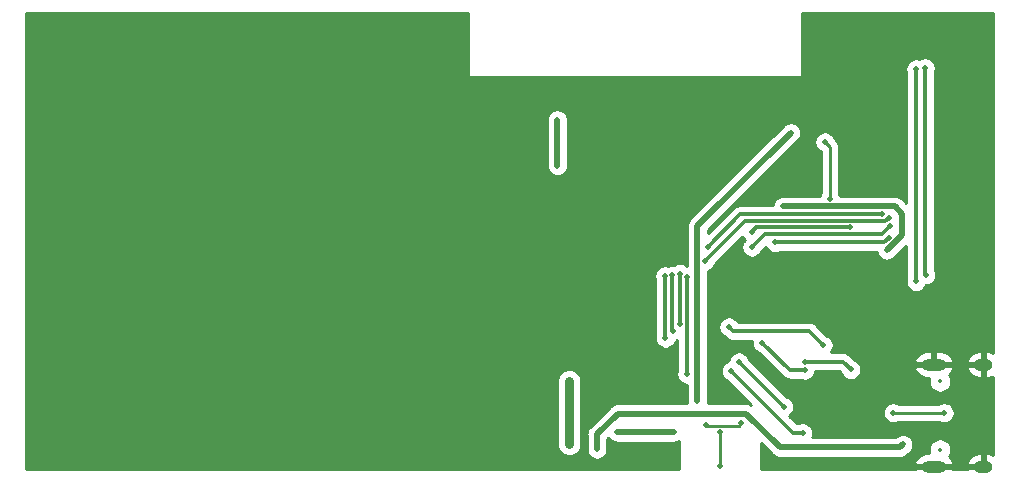
<source format=gbr>
%TF.GenerationSoftware,KiCad,Pcbnew,(5.1.8)-1*%
%TF.CreationDate,2021-08-10T17:59:01+08:00*%
%TF.ProjectId,smartdisplay,736d6172-7464-4697-9370-6c61792e6b69,rev?*%
%TF.SameCoordinates,Original*%
%TF.FileFunction,Copper,L2,Bot*%
%TF.FilePolarity,Positive*%
%FSLAX46Y46*%
G04 Gerber Fmt 4.6, Leading zero omitted, Abs format (unit mm)*
G04 Created by KiCad (PCBNEW (5.1.8)-1) date 2021-08-10 17:59:01*
%MOMM*%
%LPD*%
G01*
G04 APERTURE LIST*
%TA.AperFunction,ComponentPad*%
%ADD10O,2.100000X1.000000*%
%TD*%
%TA.AperFunction,ComponentPad*%
%ADD11O,1.600000X1.000000*%
%TD*%
%TA.AperFunction,ViaPad*%
%ADD12C,0.500000*%
%TD*%
%TA.AperFunction,Conductor*%
%ADD13C,0.350000*%
%TD*%
%TA.AperFunction,Conductor*%
%ADD14C,0.800000*%
%TD*%
%TA.AperFunction,Conductor*%
%ADD15C,0.500000*%
%TD*%
%TA.AperFunction,Conductor*%
%ADD16C,0.250000*%
%TD*%
%TA.AperFunction,Conductor*%
%ADD17C,0.254000*%
%TD*%
%ADD18C,0.300000*%
%ADD19O,1.700000X0.600000*%
%ADD20C,0.350000*%
%ADD21O,1.200000X0.600000*%
G04 APERTURE END LIST*
D10*
%TO.P,J2,S1*%
%TO.N,GND*%
X194320000Y-90430000D03*
X194320000Y-99070000D03*
D11*
X198500000Y-99070000D03*
X198500000Y-90430000D03*
%TD*%
D12*
%TO.N,GND*%
X168400000Y-90050000D03*
X169850000Y-93000000D03*
X179300000Y-89750000D03*
X190900000Y-93400000D03*
%TO.N,EN*%
X176950000Y-87250000D03*
X184950000Y-88800000D03*
%TO.N,BAT+*%
X163450000Y-97150000D03*
X163450000Y-91850000D03*
%TO.N,IO0*%
X183400000Y-90900000D03*
X179800000Y-88600000D03*
%TO.N,DTR*%
X187285002Y-90850000D03*
X183400000Y-90200000D03*
%TO.N,+5V*%
X165800000Y-97600000D03*
X191699982Y-97200000D03*
%TO.N,TX*%
X181600000Y-94000000D03*
X172810131Y-82726922D03*
X172800000Y-87000000D03*
X177799995Y-90199995D03*
%TO.N,RX*%
X177153334Y-90975010D03*
X172178097Y-82878737D03*
X172200000Y-87599990D03*
X183200000Y-96200006D03*
%TO.N,+3V3*%
X182200000Y-70800000D03*
X174300000Y-93500000D03*
X178000000Y-95400000D03*
X175025000Y-95550000D03*
X185075000Y-71575000D03*
X162450000Y-73600000D03*
X162450000Y-69700000D03*
X185500000Y-76399988D03*
%TO.N,/D-*%
X190900000Y-94500000D03*
X195200000Y-94500000D03*
%TO.N,SDA*%
X176200000Y-96149990D03*
X176200002Y-99062500D03*
X173400008Y-83000000D03*
X173400000Y-91250000D03*
%TO.N,SCL*%
X171528722Y-82907503D03*
X171599990Y-88200000D03*
%TO.N,PREVGH*%
X192800000Y-65400000D03*
X192824990Y-83400000D03*
%TO.N,PREVGL*%
X193600000Y-65300000D03*
X193650013Y-82850017D03*
%TO.N,DC*%
X178899992Y-80500000D03*
X190646469Y-78700000D03*
%TO.N,DIN*%
X181550000Y-77050000D03*
X190349990Y-80750000D03*
%TO.N,SCLK*%
X180900000Y-80100000D03*
X190490368Y-79690379D03*
%TO.N,BUSY*%
X175205002Y-80445000D03*
X189900000Y-77724990D03*
%TO.N,REST*%
X174974999Y-81624999D03*
X190486080Y-78022132D03*
%TO.N,Net-(R9-Pad2)*%
X172299980Y-96149990D03*
X167500000Y-96149990D03*
%TO.N,CS*%
X187200000Y-78824990D03*
X178893403Y-79206591D03*
%TD*%
D13*
%TO.N,EN*%
X183750000Y-87600000D02*
X184950000Y-88800000D01*
X177300000Y-87600000D02*
X183750000Y-87600000D01*
X176950000Y-87250000D02*
X177300000Y-87600000D01*
D14*
%TO.N,BAT+*%
X163450000Y-97150000D02*
X163450000Y-91850000D01*
D13*
%TO.N,IO0*%
X182100000Y-90900000D02*
X179800000Y-88600000D01*
X183400000Y-90900000D02*
X182100000Y-90900000D01*
%TO.N,DTR*%
X186635002Y-90200000D02*
X183400000Y-90200000D01*
X187285002Y-90850000D02*
X186635002Y-90200000D01*
D15*
%TO.N,+5V*%
X167555778Y-94600000D02*
X178437998Y-94600000D01*
X181287997Y-97449999D02*
X191449983Y-97449999D01*
X165800000Y-96355778D02*
X167555778Y-94600000D01*
X178437998Y-94600000D02*
X181287997Y-97449999D01*
X165800000Y-97600000D02*
X165800000Y-96355778D01*
X191449983Y-97449999D02*
X191699982Y-97200000D01*
D13*
%TO.N,TX*%
X172810131Y-82726922D02*
X172810131Y-86989869D01*
X172810131Y-86989869D02*
X172800000Y-87000000D01*
X181600000Y-94000000D02*
X177799995Y-90199995D01*
%TO.N,RX*%
X172178097Y-82878737D02*
X172178097Y-87578087D01*
X172178097Y-87578087D02*
X172200000Y-87599990D01*
X177153334Y-90975010D02*
X182378330Y-96200006D01*
X182378330Y-96200006D02*
X183200000Y-96200006D01*
D15*
%TO.N,+3V3*%
X182200000Y-70800000D02*
X174300000Y-78700000D01*
X174300000Y-78700000D02*
X174300000Y-93500000D01*
D16*
X175075000Y-95600000D02*
X175025000Y-95550000D01*
X177800000Y-95600000D02*
X175075000Y-95600000D01*
X178000000Y-95400000D02*
X177800000Y-95600000D01*
D15*
X162450000Y-73600000D02*
X162450000Y-69700000D01*
D16*
X185075000Y-71575000D02*
X185500000Y-72000000D01*
X185500000Y-72000000D02*
X185500000Y-76399988D01*
%TO.N,/D-*%
X190900000Y-94500000D02*
X195200000Y-94500000D01*
%TO.N,SDA*%
X176200000Y-96149990D02*
X176200000Y-99062498D01*
X176200000Y-99062498D02*
X176200002Y-99062500D01*
D13*
X173400008Y-91249992D02*
X173400000Y-91250000D01*
X173400008Y-83000000D02*
X173400008Y-91249992D01*
%TO.N,SCL*%
X171528722Y-82907503D02*
X171528722Y-88128732D01*
X171528722Y-88128732D02*
X171599990Y-88200000D01*
%TO.N,PREVGH*%
X192800000Y-83375010D02*
X192824990Y-83400000D01*
X192800000Y-65400000D02*
X192800000Y-83375010D01*
%TO.N,PREVGL*%
X193600000Y-65300000D02*
X193600000Y-82800004D01*
X193600000Y-82800004D02*
X193650013Y-82850017D01*
%TO.N,DC*%
X178899992Y-80500000D02*
X179984614Y-79415378D01*
X179984614Y-79415378D02*
X189931091Y-79415378D01*
X189931091Y-79415378D02*
X190646469Y-78700000D01*
D15*
%TO.N,DIN*%
X191050000Y-77050000D02*
X191650001Y-77650001D01*
X191650001Y-77650001D02*
X191650001Y-79449989D01*
X181550000Y-77050000D02*
X191050000Y-77050000D01*
X191650001Y-79449989D02*
X190349990Y-80750000D01*
D13*
%TO.N,SCLK*%
X180900000Y-80100000D02*
X190080747Y-80100000D01*
X190080747Y-80100000D02*
X190490368Y-79690379D01*
%TO.N,BUSY*%
X175205002Y-80445000D02*
X177925012Y-77724990D01*
X177925012Y-77724990D02*
X189900000Y-77724990D01*
%TO.N,REST*%
X178350010Y-78249988D02*
X187476002Y-78249988D01*
X187526014Y-78300000D02*
X190208212Y-78300000D01*
X174974999Y-81624999D02*
X178350010Y-78249988D01*
X187476002Y-78249988D02*
X187526014Y-78300000D01*
X190208212Y-78300000D02*
X190486080Y-78022132D01*
D15*
%TO.N,Net-(R9-Pad2)*%
X172299980Y-96149990D02*
X167500000Y-96149990D01*
D13*
%TO.N,CS*%
X187200000Y-78824990D02*
X179275004Y-78824990D01*
X179275004Y-78824990D02*
X178893403Y-79206591D01*
%TD*%
D17*
%TO.N,GND*%
X154873000Y-66000000D02*
X154875440Y-66024776D01*
X154882667Y-66048601D01*
X154894403Y-66070557D01*
X154910197Y-66089803D01*
X154929443Y-66105597D01*
X154951399Y-66117333D01*
X154975224Y-66124560D01*
X155000000Y-66127000D01*
X183000000Y-66127000D01*
X183024776Y-66124560D01*
X183048601Y-66117333D01*
X183070557Y-66105597D01*
X183089803Y-66089803D01*
X183105597Y-66070557D01*
X183117333Y-66048601D01*
X183124560Y-66024776D01*
X183127000Y-66000000D01*
X183127000Y-60685000D01*
X199315001Y-60685000D01*
X199315000Y-89414232D01*
X199145987Y-89341585D01*
X198927000Y-89295000D01*
X198627000Y-89295000D01*
X198627000Y-90303000D01*
X198647000Y-90303000D01*
X198647000Y-90557000D01*
X198627000Y-90557000D01*
X198627000Y-91565000D01*
X198927000Y-91565000D01*
X199145987Y-91518415D01*
X199315000Y-91445768D01*
X199315000Y-98054232D01*
X199145987Y-97981585D01*
X198927000Y-97935000D01*
X198627000Y-97935000D01*
X198627000Y-98943000D01*
X198647000Y-98943000D01*
X198647000Y-99197000D01*
X198627000Y-99197000D01*
X198627000Y-99217000D01*
X198373000Y-99217000D01*
X198373000Y-99197000D01*
X197232046Y-99197000D01*
X197146913Y-99315000D01*
X195923087Y-99315000D01*
X195837954Y-99197000D01*
X194447000Y-99197000D01*
X194447000Y-99217000D01*
X194193000Y-99217000D01*
X194193000Y-99197000D01*
X192802046Y-99197000D01*
X192716913Y-99315000D01*
X179685000Y-99315000D01*
X179685000Y-98768126D01*
X192675881Y-98768126D01*
X192802046Y-98943000D01*
X194193000Y-98943000D01*
X194193000Y-98923000D01*
X194447000Y-98923000D01*
X194447000Y-98943000D01*
X195837954Y-98943000D01*
X195964119Y-98768126D01*
X197105881Y-98768126D01*
X197232046Y-98943000D01*
X198373000Y-98943000D01*
X198373000Y-97935000D01*
X198073000Y-97935000D01*
X197854013Y-97981585D01*
X197648322Y-98069997D01*
X197463831Y-98196839D01*
X197307631Y-98357236D01*
X197185724Y-98545024D01*
X197105881Y-98768126D01*
X195964119Y-98768126D01*
X195884276Y-98545024D01*
X195762369Y-98357236D01*
X195621794Y-98212884D01*
X195700741Y-98094731D01*
X195773108Y-97920022D01*
X195810000Y-97734552D01*
X195810000Y-97545448D01*
X195773108Y-97359978D01*
X195700741Y-97185269D01*
X195595681Y-97028036D01*
X195461964Y-96894319D01*
X195304731Y-96789259D01*
X195130022Y-96716892D01*
X194944552Y-96680000D01*
X194755448Y-96680000D01*
X194569978Y-96716892D01*
X194395269Y-96789259D01*
X194238036Y-96894319D01*
X194104319Y-97028036D01*
X193999259Y-97185269D01*
X193926892Y-97359978D01*
X193890000Y-97545448D01*
X193890000Y-97734552D01*
X193926892Y-97920022D01*
X193933096Y-97935000D01*
X193643000Y-97935000D01*
X193424013Y-97981585D01*
X193218322Y-98069997D01*
X193033831Y-98196839D01*
X192877631Y-98357236D01*
X192755724Y-98545024D01*
X192675881Y-98768126D01*
X179685000Y-98768126D01*
X179685000Y-97098581D01*
X180631467Y-98045048D01*
X180659180Y-98078816D01*
X180692948Y-98106529D01*
X180692950Y-98106531D01*
X180698202Y-98110841D01*
X180793938Y-98189410D01*
X180947684Y-98271588D01*
X181114507Y-98322194D01*
X181244520Y-98334999D01*
X181244530Y-98334999D01*
X181287996Y-98339280D01*
X181331462Y-98334999D01*
X191406514Y-98334999D01*
X191449983Y-98339280D01*
X191493452Y-98334999D01*
X191493460Y-98334999D01*
X191623473Y-98322194D01*
X191790296Y-98271588D01*
X191944042Y-98189410D01*
X192078800Y-98078816D01*
X192106517Y-98045043D01*
X192264134Y-97887426D01*
X192264137Y-97887424D01*
X192387406Y-97764155D01*
X192411682Y-97727824D01*
X192439392Y-97694059D01*
X192459981Y-97655540D01*
X192484259Y-97619205D01*
X192500984Y-97578827D01*
X192521570Y-97540313D01*
X192534249Y-97498519D01*
X192550972Y-97458145D01*
X192559495Y-97415295D01*
X192572177Y-97373491D01*
X192576459Y-97330014D01*
X192584982Y-97287165D01*
X192584982Y-97243469D01*
X192589263Y-97200000D01*
X192584982Y-97156531D01*
X192584982Y-97112835D01*
X192576459Y-97069985D01*
X192572177Y-97026510D01*
X192559496Y-96984707D01*
X192550972Y-96941855D01*
X192534248Y-96901480D01*
X192521570Y-96859687D01*
X192500984Y-96821173D01*
X192484259Y-96780795D01*
X192459981Y-96744460D01*
X192439392Y-96705941D01*
X192411681Y-96672176D01*
X192387406Y-96635845D01*
X192356510Y-96604949D01*
X192328799Y-96571183D01*
X192295033Y-96543472D01*
X192264137Y-96512576D01*
X192227806Y-96488301D01*
X192194041Y-96460590D01*
X192155522Y-96440001D01*
X192119187Y-96415723D01*
X192078809Y-96398998D01*
X192040295Y-96378412D01*
X191998502Y-96365734D01*
X191958127Y-96349010D01*
X191915275Y-96340486D01*
X191873472Y-96327805D01*
X191829997Y-96323523D01*
X191787147Y-96315000D01*
X191743451Y-96315000D01*
X191699982Y-96310719D01*
X191656513Y-96315000D01*
X191612817Y-96315000D01*
X191569968Y-96323523D01*
X191526491Y-96327805D01*
X191484687Y-96340487D01*
X191441837Y-96349010D01*
X191401463Y-96365733D01*
X191359669Y-96378412D01*
X191321155Y-96398998D01*
X191280777Y-96415723D01*
X191244442Y-96440001D01*
X191205923Y-96460590D01*
X191172158Y-96488300D01*
X191135827Y-96512576D01*
X191083404Y-96564999D01*
X184006732Y-96564999D01*
X184050990Y-96458151D01*
X184085000Y-96287171D01*
X184085000Y-96112841D01*
X184050990Y-95941861D01*
X183984277Y-95780801D01*
X183887424Y-95635851D01*
X183764155Y-95512582D01*
X183619205Y-95415729D01*
X183458145Y-95349016D01*
X183287165Y-95315006D01*
X183112835Y-95315006D01*
X182941855Y-95349016D01*
X182842896Y-95390006D01*
X182713843Y-95390006D01*
X182072502Y-94748665D01*
X182164155Y-94687424D01*
X182287424Y-94564155D01*
X182384277Y-94419205D01*
X182386915Y-94412835D01*
X190015000Y-94412835D01*
X190015000Y-94587165D01*
X190049010Y-94758145D01*
X190115723Y-94919205D01*
X190212576Y-95064155D01*
X190335845Y-95187424D01*
X190480795Y-95284277D01*
X190641855Y-95350990D01*
X190812835Y-95385000D01*
X190987165Y-95385000D01*
X191158145Y-95350990D01*
X191319205Y-95284277D01*
X191355538Y-95260000D01*
X194744462Y-95260000D01*
X194780795Y-95284277D01*
X194941855Y-95350990D01*
X195112835Y-95385000D01*
X195287165Y-95385000D01*
X195458145Y-95350990D01*
X195619205Y-95284277D01*
X195764155Y-95187424D01*
X195887424Y-95064155D01*
X195984277Y-94919205D01*
X196050990Y-94758145D01*
X196085000Y-94587165D01*
X196085000Y-94412835D01*
X196050990Y-94241855D01*
X195984277Y-94080795D01*
X195887424Y-93935845D01*
X195764155Y-93812576D01*
X195619205Y-93715723D01*
X195458145Y-93649010D01*
X195287165Y-93615000D01*
X195112835Y-93615000D01*
X194941855Y-93649010D01*
X194780795Y-93715723D01*
X194744462Y-93740000D01*
X191355538Y-93740000D01*
X191319205Y-93715723D01*
X191158145Y-93649010D01*
X190987165Y-93615000D01*
X190812835Y-93615000D01*
X190641855Y-93649010D01*
X190480795Y-93715723D01*
X190335845Y-93812576D01*
X190212576Y-93935845D01*
X190115723Y-94080795D01*
X190049010Y-94241855D01*
X190015000Y-94412835D01*
X182386915Y-94412835D01*
X182450990Y-94258145D01*
X182485000Y-94087165D01*
X182485000Y-93912835D01*
X182450990Y-93741855D01*
X182384277Y-93580795D01*
X182287424Y-93435845D01*
X182164155Y-93312576D01*
X182019205Y-93215723D01*
X181920246Y-93174733D01*
X178625263Y-89879751D01*
X178584272Y-89780790D01*
X178487419Y-89635840D01*
X178364150Y-89512571D01*
X178219200Y-89415718D01*
X178058140Y-89349005D01*
X177887160Y-89314995D01*
X177712830Y-89314995D01*
X177541850Y-89349005D01*
X177380790Y-89415718D01*
X177235840Y-89512571D01*
X177112571Y-89635840D01*
X177015718Y-89780790D01*
X176949005Y-89941850D01*
X176914995Y-90112830D01*
X176914995Y-90120080D01*
X176895189Y-90124020D01*
X176734129Y-90190733D01*
X176589179Y-90287586D01*
X176465910Y-90410855D01*
X176369057Y-90555805D01*
X176302344Y-90716865D01*
X176268334Y-90887845D01*
X176268334Y-91062175D01*
X176302344Y-91233155D01*
X176369057Y-91394215D01*
X176465910Y-91539165D01*
X176589179Y-91662434D01*
X176734129Y-91759287D01*
X176833090Y-91800278D01*
X178849013Y-93816202D01*
X178778311Y-93778411D01*
X178611488Y-93727805D01*
X178481475Y-93715000D01*
X178481467Y-93715000D01*
X178437998Y-93710719D01*
X178394529Y-93715000D01*
X175159603Y-93715000D01*
X175172195Y-93673490D01*
X175176477Y-93630013D01*
X175185000Y-93587165D01*
X175185000Y-87162835D01*
X176065000Y-87162835D01*
X176065000Y-87337165D01*
X176099010Y-87508145D01*
X176165723Y-87669205D01*
X176262576Y-87814155D01*
X176385845Y-87937424D01*
X176530795Y-88034277D01*
X176629756Y-88075268D01*
X176699100Y-88144612D01*
X176724472Y-88175528D01*
X176847811Y-88276749D01*
X176988527Y-88351963D01*
X177141212Y-88398280D01*
X177260209Y-88410000D01*
X177260212Y-88410000D01*
X177300000Y-88413919D01*
X177339788Y-88410000D01*
X178935455Y-88410000D01*
X178915000Y-88512835D01*
X178915000Y-88687165D01*
X178949010Y-88858145D01*
X179015723Y-89019205D01*
X179112576Y-89164155D01*
X179235845Y-89287424D01*
X179380795Y-89384277D01*
X179479756Y-89425268D01*
X181499105Y-91444618D01*
X181524472Y-91475528D01*
X181578211Y-91519630D01*
X181647810Y-91576749D01*
X181676072Y-91591855D01*
X181788527Y-91651963D01*
X181941212Y-91698280D01*
X182060209Y-91710000D01*
X182060211Y-91710000D01*
X182099999Y-91713919D01*
X182139787Y-91710000D01*
X183042896Y-91710000D01*
X183141855Y-91750990D01*
X183312835Y-91785000D01*
X183487165Y-91785000D01*
X183658145Y-91750990D01*
X183819205Y-91684277D01*
X183964155Y-91587424D01*
X184087424Y-91464155D01*
X184184277Y-91319205D01*
X184250990Y-91158145D01*
X184280458Y-91010000D01*
X186299490Y-91010000D01*
X186459735Y-91170245D01*
X186500725Y-91269205D01*
X186597578Y-91414155D01*
X186720847Y-91537424D01*
X186865797Y-91634277D01*
X187026857Y-91700990D01*
X187197837Y-91735000D01*
X187372167Y-91735000D01*
X187543147Y-91700990D01*
X187704207Y-91634277D01*
X187849157Y-91537424D01*
X187972426Y-91414155D01*
X188069279Y-91269205D01*
X188135992Y-91108145D01*
X188170002Y-90937165D01*
X188170002Y-90762835D01*
X188163844Y-90731874D01*
X192675881Y-90731874D01*
X192755724Y-90954976D01*
X192877631Y-91142764D01*
X193033831Y-91303161D01*
X193218322Y-91430003D01*
X193424013Y-91518415D01*
X193643000Y-91565000D01*
X193933096Y-91565000D01*
X193926892Y-91579978D01*
X193890000Y-91765448D01*
X193890000Y-91954552D01*
X193926892Y-92140022D01*
X193999259Y-92314731D01*
X194104319Y-92471964D01*
X194238036Y-92605681D01*
X194395269Y-92710741D01*
X194569978Y-92783108D01*
X194755448Y-92820000D01*
X194944552Y-92820000D01*
X195130022Y-92783108D01*
X195304731Y-92710741D01*
X195461964Y-92605681D01*
X195595681Y-92471964D01*
X195700741Y-92314731D01*
X195773108Y-92140022D01*
X195810000Y-91954552D01*
X195810000Y-91765448D01*
X195773108Y-91579978D01*
X195700741Y-91405269D01*
X195621794Y-91287116D01*
X195762369Y-91142764D01*
X195884276Y-90954976D01*
X195964119Y-90731874D01*
X197105881Y-90731874D01*
X197185724Y-90954976D01*
X197307631Y-91142764D01*
X197463831Y-91303161D01*
X197648322Y-91430003D01*
X197854013Y-91518415D01*
X198073000Y-91565000D01*
X198373000Y-91565000D01*
X198373000Y-90557000D01*
X197232046Y-90557000D01*
X197105881Y-90731874D01*
X195964119Y-90731874D01*
X195837954Y-90557000D01*
X194447000Y-90557000D01*
X194447000Y-90577000D01*
X194193000Y-90577000D01*
X194193000Y-90557000D01*
X192802046Y-90557000D01*
X192675881Y-90731874D01*
X188163844Y-90731874D01*
X188135992Y-90591855D01*
X188069279Y-90430795D01*
X187972426Y-90285845D01*
X187849157Y-90162576D01*
X187797600Y-90128126D01*
X192675881Y-90128126D01*
X192802046Y-90303000D01*
X194193000Y-90303000D01*
X194193000Y-89295000D01*
X194447000Y-89295000D01*
X194447000Y-90303000D01*
X195837954Y-90303000D01*
X195964119Y-90128126D01*
X197105881Y-90128126D01*
X197232046Y-90303000D01*
X198373000Y-90303000D01*
X198373000Y-89295000D01*
X198073000Y-89295000D01*
X197854013Y-89341585D01*
X197648322Y-89429997D01*
X197463831Y-89556839D01*
X197307631Y-89717236D01*
X197185724Y-89905024D01*
X197105881Y-90128126D01*
X195964119Y-90128126D01*
X195884276Y-89905024D01*
X195762369Y-89717236D01*
X195606169Y-89556839D01*
X195421678Y-89429997D01*
X195215987Y-89341585D01*
X194997000Y-89295000D01*
X194447000Y-89295000D01*
X194193000Y-89295000D01*
X193643000Y-89295000D01*
X193424013Y-89341585D01*
X193218322Y-89429997D01*
X193033831Y-89556839D01*
X192877631Y-89717236D01*
X192755724Y-89905024D01*
X192675881Y-90128126D01*
X187797600Y-90128126D01*
X187704207Y-90065723D01*
X187605247Y-90024733D01*
X187235901Y-89655387D01*
X187210530Y-89624472D01*
X187087191Y-89523251D01*
X186946475Y-89448037D01*
X186793790Y-89401720D01*
X186674793Y-89390000D01*
X186674790Y-89390000D01*
X186635002Y-89386081D01*
X186595214Y-89390000D01*
X185611579Y-89390000D01*
X185637424Y-89364155D01*
X185734277Y-89219205D01*
X185800990Y-89058145D01*
X185835000Y-88887165D01*
X185835000Y-88712835D01*
X185800990Y-88541855D01*
X185734277Y-88380795D01*
X185637424Y-88235845D01*
X185514155Y-88112576D01*
X185369205Y-88015723D01*
X185270246Y-87974733D01*
X184350899Y-87055387D01*
X184325528Y-87024472D01*
X184202189Y-86923251D01*
X184061473Y-86848037D01*
X183908788Y-86801720D01*
X183789791Y-86790000D01*
X183789788Y-86790000D01*
X183750000Y-86786081D01*
X183710212Y-86790000D01*
X177707019Y-86790000D01*
X177637424Y-86685845D01*
X177514155Y-86562576D01*
X177369205Y-86465723D01*
X177208145Y-86399010D01*
X177037165Y-86365000D01*
X176862835Y-86365000D01*
X176691855Y-86399010D01*
X176530795Y-86465723D01*
X176385845Y-86562576D01*
X176262576Y-86685845D01*
X176165723Y-86830795D01*
X176099010Y-86991855D01*
X176065000Y-87162835D01*
X175185000Y-87162835D01*
X175185000Y-82485565D01*
X175233144Y-82475989D01*
X175394204Y-82409276D01*
X175539154Y-82312423D01*
X175662423Y-82189154D01*
X175759276Y-82044204D01*
X175800267Y-81945243D01*
X178113367Y-79632143D01*
X178205979Y-79770746D01*
X178291823Y-79856590D01*
X178212568Y-79935845D01*
X178115715Y-80080795D01*
X178049002Y-80241855D01*
X178014992Y-80412835D01*
X178014992Y-80587165D01*
X178049002Y-80758145D01*
X178115715Y-80919205D01*
X178212568Y-81064155D01*
X178335837Y-81187424D01*
X178480787Y-81284277D01*
X178641847Y-81350990D01*
X178812827Y-81385000D01*
X178987157Y-81385000D01*
X179158137Y-81350990D01*
X179319197Y-81284277D01*
X179464147Y-81187424D01*
X179587416Y-81064155D01*
X179684269Y-80919205D01*
X179725260Y-80820245D01*
X180089532Y-80455973D01*
X180115723Y-80519205D01*
X180212576Y-80664155D01*
X180335845Y-80787424D01*
X180480795Y-80884277D01*
X180641855Y-80950990D01*
X180812835Y-80985000D01*
X180987165Y-80985000D01*
X181158145Y-80950990D01*
X181257104Y-80910000D01*
X189476466Y-80910000D01*
X189477795Y-80923490D01*
X189490476Y-80965293D01*
X189499000Y-81008145D01*
X189515724Y-81048520D01*
X189528402Y-81090313D01*
X189548988Y-81128827D01*
X189565713Y-81169205D01*
X189589991Y-81205540D01*
X189610580Y-81244059D01*
X189638291Y-81277824D01*
X189662566Y-81314155D01*
X189693462Y-81345051D01*
X189721173Y-81378817D01*
X189754939Y-81406528D01*
X189785835Y-81437424D01*
X189822166Y-81461699D01*
X189855931Y-81489410D01*
X189894450Y-81509999D01*
X189930785Y-81534277D01*
X189971163Y-81551002D01*
X190009677Y-81571588D01*
X190051470Y-81584266D01*
X190091845Y-81600990D01*
X190134697Y-81609514D01*
X190176500Y-81622195D01*
X190219975Y-81626477D01*
X190262825Y-81635000D01*
X190306521Y-81635000D01*
X190349990Y-81639281D01*
X190393459Y-81635000D01*
X190437155Y-81635000D01*
X190480005Y-81626477D01*
X190523480Y-81622195D01*
X190565283Y-81609514D01*
X190608135Y-81600990D01*
X190648510Y-81584266D01*
X190690303Y-81571588D01*
X190728817Y-81551002D01*
X190769195Y-81534277D01*
X190805530Y-81509999D01*
X190844049Y-81489410D01*
X190877814Y-81461700D01*
X190914145Y-81437424D01*
X191037414Y-81314155D01*
X191037416Y-81314152D01*
X191990001Y-80361568D01*
X191990001Y-83103225D01*
X191974000Y-83141855D01*
X191939990Y-83312835D01*
X191939990Y-83487165D01*
X191974000Y-83658145D01*
X192040713Y-83819205D01*
X192137566Y-83964155D01*
X192260835Y-84087424D01*
X192405785Y-84184277D01*
X192566845Y-84250990D01*
X192737825Y-84285000D01*
X192912155Y-84285000D01*
X193083135Y-84250990D01*
X193244195Y-84184277D01*
X193389145Y-84087424D01*
X193512414Y-83964155D01*
X193609267Y-83819205D01*
X193644139Y-83735017D01*
X193737178Y-83735017D01*
X193908158Y-83701007D01*
X194069218Y-83634294D01*
X194214168Y-83537441D01*
X194337437Y-83414172D01*
X194434290Y-83269222D01*
X194501003Y-83108162D01*
X194535013Y-82937182D01*
X194535013Y-82762852D01*
X194501003Y-82591872D01*
X194434290Y-82430812D01*
X194410000Y-82394460D01*
X194410000Y-65657104D01*
X194450990Y-65558145D01*
X194485000Y-65387165D01*
X194485000Y-65212835D01*
X194450990Y-65041855D01*
X194384277Y-64880795D01*
X194287424Y-64735845D01*
X194164155Y-64612576D01*
X194019205Y-64515723D01*
X193858145Y-64449010D01*
X193687165Y-64415000D01*
X193512835Y-64415000D01*
X193341855Y-64449010D01*
X193180795Y-64515723D01*
X193103106Y-64567633D01*
X193058145Y-64549010D01*
X192887165Y-64515000D01*
X192712835Y-64515000D01*
X192541855Y-64549010D01*
X192380795Y-64615723D01*
X192235845Y-64712576D01*
X192112576Y-64835845D01*
X192015723Y-64980795D01*
X191949010Y-65141855D01*
X191915000Y-65312835D01*
X191915000Y-65487165D01*
X191949010Y-65658145D01*
X191990000Y-65757104D01*
X191990001Y-76738422D01*
X191706534Y-76454956D01*
X191678817Y-76421183D01*
X191544059Y-76310589D01*
X191390313Y-76228411D01*
X191223490Y-76177805D01*
X191093477Y-76165000D01*
X191093469Y-76165000D01*
X191050000Y-76160719D01*
X191006531Y-76165000D01*
X186355596Y-76165000D01*
X186350990Y-76141843D01*
X186284277Y-75980783D01*
X186260000Y-75944450D01*
X186260000Y-72037325D01*
X186263676Y-72000000D01*
X186260000Y-71962675D01*
X186260000Y-71962667D01*
X186249003Y-71851014D01*
X186205546Y-71707753D01*
X186134974Y-71575724D01*
X186040001Y-71459999D01*
X186010998Y-71436197D01*
X185934515Y-71359714D01*
X185925990Y-71316855D01*
X185859277Y-71155795D01*
X185762424Y-71010845D01*
X185639155Y-70887576D01*
X185494205Y-70790723D01*
X185333145Y-70724010D01*
X185162165Y-70690000D01*
X184987835Y-70690000D01*
X184816855Y-70724010D01*
X184655795Y-70790723D01*
X184510845Y-70887576D01*
X184387576Y-71010845D01*
X184290723Y-71155795D01*
X184224010Y-71316855D01*
X184190000Y-71487835D01*
X184190000Y-71662165D01*
X184224010Y-71833145D01*
X184290723Y-71994205D01*
X184387576Y-72139155D01*
X184510845Y-72262424D01*
X184655795Y-72359277D01*
X184740000Y-72394156D01*
X184740001Y-75944449D01*
X184715723Y-75980783D01*
X184649010Y-76141843D01*
X184644404Y-76165000D01*
X181462835Y-76165000D01*
X181419987Y-76173523D01*
X181376510Y-76177805D01*
X181334705Y-76190487D01*
X181291855Y-76199010D01*
X181251487Y-76215731D01*
X181209687Y-76228411D01*
X181171165Y-76249001D01*
X181130795Y-76265723D01*
X181094467Y-76289996D01*
X181055941Y-76310589D01*
X181022171Y-76338304D01*
X180985845Y-76362576D01*
X180954951Y-76393470D01*
X180921183Y-76421183D01*
X180893470Y-76454951D01*
X180862576Y-76485845D01*
X180838304Y-76522171D01*
X180810589Y-76555941D01*
X180789996Y-76594467D01*
X180765723Y-76630795D01*
X180749001Y-76671165D01*
X180728411Y-76709687D01*
X180715731Y-76751487D01*
X180699010Y-76791855D01*
X180690487Y-76834705D01*
X180677805Y-76876510D01*
X180674015Y-76914990D01*
X177964799Y-76914990D01*
X177925011Y-76911071D01*
X177885223Y-76914990D01*
X177885221Y-76914990D01*
X177766224Y-76926710D01*
X177613539Y-76973027D01*
X177548036Y-77008039D01*
X177472822Y-77048241D01*
X177425093Y-77087412D01*
X177349484Y-77149462D01*
X177324117Y-77180372D01*
X175185000Y-79319490D01*
X175185000Y-79066578D01*
X182856532Y-71395047D01*
X182887424Y-71364155D01*
X182911696Y-71327830D01*
X182939410Y-71294060D01*
X182960001Y-71255536D01*
X182984277Y-71219205D01*
X183001000Y-71178832D01*
X183021588Y-71140314D01*
X183034267Y-71098519D01*
X183050990Y-71058145D01*
X183059515Y-71015288D01*
X183072194Y-70973491D01*
X183076475Y-70930022D01*
X183085000Y-70887165D01*
X183085000Y-70843467D01*
X183089281Y-70800001D01*
X183085000Y-70756535D01*
X183085000Y-70712835D01*
X183076475Y-70669976D01*
X183072194Y-70626511D01*
X183059516Y-70584717D01*
X183050990Y-70541855D01*
X183034265Y-70501477D01*
X183021588Y-70459687D01*
X183001002Y-70421174D01*
X182984277Y-70380795D01*
X182959997Y-70344457D01*
X182939410Y-70305942D01*
X182911702Y-70272180D01*
X182887424Y-70235845D01*
X182856527Y-70204948D01*
X182828817Y-70171183D01*
X182795052Y-70143473D01*
X182764155Y-70112576D01*
X182727820Y-70088298D01*
X182694058Y-70060590D01*
X182655543Y-70040003D01*
X182619205Y-70015723D01*
X182578826Y-69998998D01*
X182540313Y-69978412D01*
X182498523Y-69965735D01*
X182458145Y-69949010D01*
X182415283Y-69940484D01*
X182373489Y-69927806D01*
X182330024Y-69923525D01*
X182287165Y-69915000D01*
X182243465Y-69915000D01*
X182199999Y-69910719D01*
X182156533Y-69915000D01*
X182112835Y-69915000D01*
X182069978Y-69923525D01*
X182026509Y-69927806D01*
X181984712Y-69940485D01*
X181941855Y-69949010D01*
X181901481Y-69965733D01*
X181859686Y-69978412D01*
X181821168Y-69999000D01*
X181780795Y-70015723D01*
X181744464Y-70039999D01*
X181705940Y-70060590D01*
X181672170Y-70088304D01*
X181635845Y-70112576D01*
X181604953Y-70143468D01*
X173704956Y-78043466D01*
X173671183Y-78071183D01*
X173560589Y-78205942D01*
X173478411Y-78359688D01*
X173427805Y-78526511D01*
X173415000Y-78656524D01*
X173415000Y-78656531D01*
X173410719Y-78700000D01*
X173415000Y-78743469D01*
X173415000Y-82080212D01*
X173374286Y-82039498D01*
X173229336Y-81942645D01*
X173068276Y-81875932D01*
X172897296Y-81841922D01*
X172722966Y-81841922D01*
X172551986Y-81875932D01*
X172390926Y-81942645D01*
X172303175Y-82001278D01*
X172265262Y-81993737D01*
X172090932Y-81993737D01*
X171919952Y-82027747D01*
X171818686Y-82069693D01*
X171786867Y-82056513D01*
X171615887Y-82022503D01*
X171441557Y-82022503D01*
X171270577Y-82056513D01*
X171109517Y-82123226D01*
X170964567Y-82220079D01*
X170841298Y-82343348D01*
X170744445Y-82488298D01*
X170677732Y-82649358D01*
X170643722Y-82820338D01*
X170643722Y-82994668D01*
X170677732Y-83165648D01*
X170718722Y-83264607D01*
X170718723Y-88088934D01*
X170717721Y-88099104D01*
X170714990Y-88112835D01*
X170714990Y-88126833D01*
X170714803Y-88128732D01*
X170714990Y-88130631D01*
X170714990Y-88287165D01*
X170749000Y-88458145D01*
X170815713Y-88619205D01*
X170912566Y-88764155D01*
X171035835Y-88887424D01*
X171180785Y-88984277D01*
X171341845Y-89050990D01*
X171512825Y-89085000D01*
X171687155Y-89085000D01*
X171858135Y-89050990D01*
X172019195Y-88984277D01*
X172164145Y-88887424D01*
X172287414Y-88764155D01*
X172384267Y-88619205D01*
X172450980Y-88458145D01*
X172452169Y-88452169D01*
X172458145Y-88450980D01*
X172590009Y-88396360D01*
X172590009Y-90892874D01*
X172549010Y-90991855D01*
X172515000Y-91162835D01*
X172515000Y-91337165D01*
X172549010Y-91508145D01*
X172615723Y-91669205D01*
X172712576Y-91814155D01*
X172835845Y-91937424D01*
X172980795Y-92034277D01*
X173141855Y-92100990D01*
X173312835Y-92135000D01*
X173415001Y-92135000D01*
X173415001Y-93412830D01*
X173415000Y-93412835D01*
X173415000Y-93587165D01*
X173423525Y-93630023D01*
X173427806Y-93673490D01*
X173440398Y-93715000D01*
X167599244Y-93715000D01*
X167555777Y-93710719D01*
X167512311Y-93715000D01*
X167512301Y-93715000D01*
X167382288Y-93727805D01*
X167215465Y-93778411D01*
X167061719Y-93860589D01*
X167061717Y-93860590D01*
X167061718Y-93860590D01*
X166960731Y-93943468D01*
X166960729Y-93943470D01*
X166926961Y-93971183D01*
X166899248Y-94004951D01*
X165204951Y-95699249D01*
X165171184Y-95726961D01*
X165143471Y-95760729D01*
X165143468Y-95760732D01*
X165060590Y-95861719D01*
X164978412Y-96015465D01*
X164927805Y-96182288D01*
X164910719Y-96355778D01*
X164915001Y-96399256D01*
X164915000Y-97512835D01*
X164915000Y-97687165D01*
X164923523Y-97730014D01*
X164927805Y-97773489D01*
X164940486Y-97815292D01*
X164949010Y-97858145D01*
X164965732Y-97898516D01*
X164978411Y-97940312D01*
X164999000Y-97978831D01*
X165015723Y-98019205D01*
X165039999Y-98055537D01*
X165060589Y-98094058D01*
X165088301Y-98127825D01*
X165112576Y-98164155D01*
X165143472Y-98195051D01*
X165171183Y-98228817D01*
X165204951Y-98256530D01*
X165235845Y-98287424D01*
X165272171Y-98311696D01*
X165305941Y-98339411D01*
X165344467Y-98360004D01*
X165380795Y-98384277D01*
X165421165Y-98400999D01*
X165459687Y-98421589D01*
X165501487Y-98434269D01*
X165541855Y-98450990D01*
X165584705Y-98459513D01*
X165626510Y-98472195D01*
X165669987Y-98476477D01*
X165712835Y-98485000D01*
X165756523Y-98485000D01*
X165800000Y-98489282D01*
X165843476Y-98485000D01*
X165887165Y-98485000D01*
X165930013Y-98476477D01*
X165973489Y-98472195D01*
X166015292Y-98459514D01*
X166058145Y-98450990D01*
X166098516Y-98434268D01*
X166140312Y-98421589D01*
X166178831Y-98401000D01*
X166219205Y-98384277D01*
X166255537Y-98360001D01*
X166294058Y-98339411D01*
X166327825Y-98311699D01*
X166364155Y-98287424D01*
X166395051Y-98256528D01*
X166428817Y-98228817D01*
X166456530Y-98195049D01*
X166487424Y-98164155D01*
X166511696Y-98127829D01*
X166539411Y-98094059D01*
X166560004Y-98055533D01*
X166584277Y-98019205D01*
X166600999Y-97978835D01*
X166621589Y-97940313D01*
X166634269Y-97898513D01*
X166650990Y-97858145D01*
X166659513Y-97815295D01*
X166672195Y-97773490D01*
X166676477Y-97730013D01*
X166685000Y-97687165D01*
X166685000Y-96722356D01*
X166761814Y-96645542D01*
X166788304Y-96677819D01*
X166812576Y-96714145D01*
X166843470Y-96745039D01*
X166871183Y-96778807D01*
X166904951Y-96806520D01*
X166935845Y-96837414D01*
X166972171Y-96861686D01*
X167005941Y-96889401D01*
X167044467Y-96909994D01*
X167080795Y-96934267D01*
X167121165Y-96950989D01*
X167159687Y-96971579D01*
X167201487Y-96984259D01*
X167241855Y-97000980D01*
X167284705Y-97009503D01*
X167326510Y-97022185D01*
X167369987Y-97026467D01*
X167412835Y-97034990D01*
X172387145Y-97034990D01*
X172429993Y-97026467D01*
X172473470Y-97022185D01*
X172515275Y-97009503D01*
X172558125Y-97000980D01*
X172598493Y-96984259D01*
X172640293Y-96971579D01*
X172678815Y-96950989D01*
X172715000Y-96936000D01*
X172715001Y-99315000D01*
X117485000Y-99315000D01*
X117485000Y-97200837D01*
X162415000Y-97200837D01*
X162429976Y-97352894D01*
X162489159Y-97547992D01*
X162585266Y-97727797D01*
X162714604Y-97885396D01*
X162872203Y-98014734D01*
X163052007Y-98110841D01*
X163247105Y-98170024D01*
X163450000Y-98190007D01*
X163652894Y-98170024D01*
X163847992Y-98110841D01*
X164027797Y-98014734D01*
X164185396Y-97885396D01*
X164314734Y-97727797D01*
X164410841Y-97547993D01*
X164470024Y-97352895D01*
X164485000Y-97200838D01*
X164485000Y-91799162D01*
X164470024Y-91647105D01*
X164410841Y-91452007D01*
X164314734Y-91272203D01*
X164185396Y-91114604D01*
X164027797Y-90985266D01*
X163847993Y-90889159D01*
X163652895Y-90829976D01*
X163450000Y-90809993D01*
X163247106Y-90829976D01*
X163052008Y-90889159D01*
X162872204Y-90985266D01*
X162714605Y-91114604D01*
X162585267Y-91272203D01*
X162489160Y-91452007D01*
X162429977Y-91647105D01*
X162415001Y-91799162D01*
X162415000Y-97200837D01*
X117485000Y-97200837D01*
X117485000Y-69612835D01*
X161565000Y-69612835D01*
X161565000Y-69787165D01*
X161565001Y-69787170D01*
X161565000Y-73512835D01*
X161565000Y-73687165D01*
X161573523Y-73730014D01*
X161577805Y-73773489D01*
X161590486Y-73815292D01*
X161599010Y-73858145D01*
X161615732Y-73898516D01*
X161628411Y-73940312D01*
X161649000Y-73978831D01*
X161665723Y-74019205D01*
X161689999Y-74055537D01*
X161710589Y-74094058D01*
X161738301Y-74127825D01*
X161762576Y-74164155D01*
X161793472Y-74195051D01*
X161821183Y-74228817D01*
X161854951Y-74256530D01*
X161885845Y-74287424D01*
X161922171Y-74311696D01*
X161955941Y-74339411D01*
X161994467Y-74360004D01*
X162030795Y-74384277D01*
X162071165Y-74400999D01*
X162109687Y-74421589D01*
X162151487Y-74434269D01*
X162191855Y-74450990D01*
X162234705Y-74459513D01*
X162276510Y-74472195D01*
X162319987Y-74476477D01*
X162362835Y-74485000D01*
X162406523Y-74485000D01*
X162450000Y-74489282D01*
X162493476Y-74485000D01*
X162537165Y-74485000D01*
X162580013Y-74476477D01*
X162623489Y-74472195D01*
X162665292Y-74459514D01*
X162708145Y-74450990D01*
X162748516Y-74434268D01*
X162790312Y-74421589D01*
X162828831Y-74401000D01*
X162869205Y-74384277D01*
X162905537Y-74360001D01*
X162944058Y-74339411D01*
X162977825Y-74311699D01*
X163014155Y-74287424D01*
X163045051Y-74256528D01*
X163078817Y-74228817D01*
X163106530Y-74195049D01*
X163137424Y-74164155D01*
X163161696Y-74127829D01*
X163189411Y-74094059D01*
X163210004Y-74055533D01*
X163234277Y-74019205D01*
X163250999Y-73978835D01*
X163271589Y-73940313D01*
X163284269Y-73898513D01*
X163300990Y-73858145D01*
X163309513Y-73815295D01*
X163322195Y-73773490D01*
X163326477Y-73730013D01*
X163335000Y-73687165D01*
X163335000Y-69612835D01*
X163326477Y-69569987D01*
X163322195Y-69526510D01*
X163309513Y-69484705D01*
X163300990Y-69441855D01*
X163284269Y-69401487D01*
X163271589Y-69359687D01*
X163250999Y-69321165D01*
X163234277Y-69280795D01*
X163210004Y-69244467D01*
X163189411Y-69205941D01*
X163161696Y-69172171D01*
X163137424Y-69135845D01*
X163106530Y-69104951D01*
X163078817Y-69071183D01*
X163045049Y-69043470D01*
X163014155Y-69012576D01*
X162977829Y-68988304D01*
X162944059Y-68960589D01*
X162905533Y-68939996D01*
X162869205Y-68915723D01*
X162828835Y-68899001D01*
X162790313Y-68878411D01*
X162748513Y-68865731D01*
X162708145Y-68849010D01*
X162665295Y-68840487D01*
X162623490Y-68827805D01*
X162580013Y-68823523D01*
X162537165Y-68815000D01*
X162493477Y-68815000D01*
X162450000Y-68810718D01*
X162406524Y-68815000D01*
X162362835Y-68815000D01*
X162319987Y-68823523D01*
X162276511Y-68827805D01*
X162234708Y-68840486D01*
X162191855Y-68849010D01*
X162151484Y-68865732D01*
X162109688Y-68878411D01*
X162071169Y-68899000D01*
X162030795Y-68915723D01*
X161994463Y-68939999D01*
X161955942Y-68960589D01*
X161922176Y-68988300D01*
X161885845Y-69012576D01*
X161854946Y-69043475D01*
X161821184Y-69071183D01*
X161793476Y-69104945D01*
X161762576Y-69135845D01*
X161738299Y-69172177D01*
X161710590Y-69205941D01*
X161690001Y-69244460D01*
X161665723Y-69280795D01*
X161648998Y-69321173D01*
X161628412Y-69359687D01*
X161615735Y-69401478D01*
X161599010Y-69441855D01*
X161590485Y-69484715D01*
X161577806Y-69526510D01*
X161573525Y-69569977D01*
X161565000Y-69612835D01*
X117485000Y-69612835D01*
X117485000Y-60685000D01*
X154873000Y-60685000D01*
X154873000Y-66000000D01*
%TA.AperFunction,Conductor*%
D13*
G36*
X154873000Y-66000000D02*
G01*
X154875440Y-66024776D01*
X154882667Y-66048601D01*
X154894403Y-66070557D01*
X154910197Y-66089803D01*
X154929443Y-66105597D01*
X154951399Y-66117333D01*
X154975224Y-66124560D01*
X155000000Y-66127000D01*
X183000000Y-66127000D01*
X183024776Y-66124560D01*
X183048601Y-66117333D01*
X183070557Y-66105597D01*
X183089803Y-66089803D01*
X183105597Y-66070557D01*
X183117333Y-66048601D01*
X183124560Y-66024776D01*
X183127000Y-66000000D01*
X183127000Y-60685000D01*
X199315001Y-60685000D01*
X199315000Y-89414232D01*
X199145987Y-89341585D01*
X198927000Y-89295000D01*
X198627000Y-89295000D01*
X198627000Y-90303000D01*
X198647000Y-90303000D01*
X198647000Y-90557000D01*
X198627000Y-90557000D01*
X198627000Y-91565000D01*
X198927000Y-91565000D01*
X199145987Y-91518415D01*
X199315000Y-91445768D01*
X199315000Y-98054232D01*
X199145987Y-97981585D01*
X198927000Y-97935000D01*
X198627000Y-97935000D01*
X198627000Y-98943000D01*
X198647000Y-98943000D01*
X198647000Y-99197000D01*
X198627000Y-99197000D01*
X198627000Y-99217000D01*
X198373000Y-99217000D01*
X198373000Y-99197000D01*
X197232046Y-99197000D01*
X197146913Y-99315000D01*
X195923087Y-99315000D01*
X195837954Y-99197000D01*
X194447000Y-99197000D01*
X194447000Y-99217000D01*
X194193000Y-99217000D01*
X194193000Y-99197000D01*
X192802046Y-99197000D01*
X192716913Y-99315000D01*
X179685000Y-99315000D01*
X179685000Y-98768126D01*
X192675881Y-98768126D01*
X192802046Y-98943000D01*
X194193000Y-98943000D01*
X194193000Y-98923000D01*
X194447000Y-98923000D01*
X194447000Y-98943000D01*
X195837954Y-98943000D01*
X195964119Y-98768126D01*
X197105881Y-98768126D01*
X197232046Y-98943000D01*
X198373000Y-98943000D01*
X198373000Y-97935000D01*
X198073000Y-97935000D01*
X197854013Y-97981585D01*
X197648322Y-98069997D01*
X197463831Y-98196839D01*
X197307631Y-98357236D01*
X197185724Y-98545024D01*
X197105881Y-98768126D01*
X195964119Y-98768126D01*
X195884276Y-98545024D01*
X195762369Y-98357236D01*
X195621794Y-98212884D01*
X195700741Y-98094731D01*
X195773108Y-97920022D01*
X195810000Y-97734552D01*
X195810000Y-97545448D01*
X195773108Y-97359978D01*
X195700741Y-97185269D01*
X195595681Y-97028036D01*
X195461964Y-96894319D01*
X195304731Y-96789259D01*
X195130022Y-96716892D01*
X194944552Y-96680000D01*
X194755448Y-96680000D01*
X194569978Y-96716892D01*
X194395269Y-96789259D01*
X194238036Y-96894319D01*
X194104319Y-97028036D01*
X193999259Y-97185269D01*
X193926892Y-97359978D01*
X193890000Y-97545448D01*
X193890000Y-97734552D01*
X193926892Y-97920022D01*
X193933096Y-97935000D01*
X193643000Y-97935000D01*
X193424013Y-97981585D01*
X193218322Y-98069997D01*
X193033831Y-98196839D01*
X192877631Y-98357236D01*
X192755724Y-98545024D01*
X192675881Y-98768126D01*
X179685000Y-98768126D01*
X179685000Y-97098581D01*
X180631467Y-98045048D01*
X180659180Y-98078816D01*
X180692948Y-98106529D01*
X180692950Y-98106531D01*
X180698202Y-98110841D01*
X180793938Y-98189410D01*
X180947684Y-98271588D01*
X181114507Y-98322194D01*
X181244520Y-98334999D01*
X181244530Y-98334999D01*
X181287996Y-98339280D01*
X181331462Y-98334999D01*
X191406514Y-98334999D01*
X191449983Y-98339280D01*
X191493452Y-98334999D01*
X191493460Y-98334999D01*
X191623473Y-98322194D01*
X191790296Y-98271588D01*
X191944042Y-98189410D01*
X192078800Y-98078816D01*
X192106517Y-98045043D01*
X192264134Y-97887426D01*
X192264137Y-97887424D01*
X192387406Y-97764155D01*
X192411682Y-97727824D01*
X192439392Y-97694059D01*
X192459981Y-97655540D01*
X192484259Y-97619205D01*
X192500984Y-97578827D01*
X192521570Y-97540313D01*
X192534249Y-97498519D01*
X192550972Y-97458145D01*
X192559495Y-97415295D01*
X192572177Y-97373491D01*
X192576459Y-97330014D01*
X192584982Y-97287165D01*
X192584982Y-97243469D01*
X192589263Y-97200000D01*
X192584982Y-97156531D01*
X192584982Y-97112835D01*
X192576459Y-97069985D01*
X192572177Y-97026510D01*
X192559496Y-96984707D01*
X192550972Y-96941855D01*
X192534248Y-96901480D01*
X192521570Y-96859687D01*
X192500984Y-96821173D01*
X192484259Y-96780795D01*
X192459981Y-96744460D01*
X192439392Y-96705941D01*
X192411681Y-96672176D01*
X192387406Y-96635845D01*
X192356510Y-96604949D01*
X192328799Y-96571183D01*
X192295033Y-96543472D01*
X192264137Y-96512576D01*
X192227806Y-96488301D01*
X192194041Y-96460590D01*
X192155522Y-96440001D01*
X192119187Y-96415723D01*
X192078809Y-96398998D01*
X192040295Y-96378412D01*
X191998502Y-96365734D01*
X191958127Y-96349010D01*
X191915275Y-96340486D01*
X191873472Y-96327805D01*
X191829997Y-96323523D01*
X191787147Y-96315000D01*
X191743451Y-96315000D01*
X191699982Y-96310719D01*
X191656513Y-96315000D01*
X191612817Y-96315000D01*
X191569968Y-96323523D01*
X191526491Y-96327805D01*
X191484687Y-96340487D01*
X191441837Y-96349010D01*
X191401463Y-96365733D01*
X191359669Y-96378412D01*
X191321155Y-96398998D01*
X191280777Y-96415723D01*
X191244442Y-96440001D01*
X191205923Y-96460590D01*
X191172158Y-96488300D01*
X191135827Y-96512576D01*
X191083404Y-96564999D01*
X184006732Y-96564999D01*
X184050990Y-96458151D01*
X184085000Y-96287171D01*
X184085000Y-96112841D01*
X184050990Y-95941861D01*
X183984277Y-95780801D01*
X183887424Y-95635851D01*
X183764155Y-95512582D01*
X183619205Y-95415729D01*
X183458145Y-95349016D01*
X183287165Y-95315006D01*
X183112835Y-95315006D01*
X182941855Y-95349016D01*
X182842896Y-95390006D01*
X182713843Y-95390006D01*
X182072502Y-94748665D01*
X182164155Y-94687424D01*
X182287424Y-94564155D01*
X182384277Y-94419205D01*
X182386915Y-94412835D01*
X190015000Y-94412835D01*
X190015000Y-94587165D01*
X190049010Y-94758145D01*
X190115723Y-94919205D01*
X190212576Y-95064155D01*
X190335845Y-95187424D01*
X190480795Y-95284277D01*
X190641855Y-95350990D01*
X190812835Y-95385000D01*
X190987165Y-95385000D01*
X191158145Y-95350990D01*
X191319205Y-95284277D01*
X191355538Y-95260000D01*
X194744462Y-95260000D01*
X194780795Y-95284277D01*
X194941855Y-95350990D01*
X195112835Y-95385000D01*
X195287165Y-95385000D01*
X195458145Y-95350990D01*
X195619205Y-95284277D01*
X195764155Y-95187424D01*
X195887424Y-95064155D01*
X195984277Y-94919205D01*
X196050990Y-94758145D01*
X196085000Y-94587165D01*
X196085000Y-94412835D01*
X196050990Y-94241855D01*
X195984277Y-94080795D01*
X195887424Y-93935845D01*
X195764155Y-93812576D01*
X195619205Y-93715723D01*
X195458145Y-93649010D01*
X195287165Y-93615000D01*
X195112835Y-93615000D01*
X194941855Y-93649010D01*
X194780795Y-93715723D01*
X194744462Y-93740000D01*
X191355538Y-93740000D01*
X191319205Y-93715723D01*
X191158145Y-93649010D01*
X190987165Y-93615000D01*
X190812835Y-93615000D01*
X190641855Y-93649010D01*
X190480795Y-93715723D01*
X190335845Y-93812576D01*
X190212576Y-93935845D01*
X190115723Y-94080795D01*
X190049010Y-94241855D01*
X190015000Y-94412835D01*
X182386915Y-94412835D01*
X182450990Y-94258145D01*
X182485000Y-94087165D01*
X182485000Y-93912835D01*
X182450990Y-93741855D01*
X182384277Y-93580795D01*
X182287424Y-93435845D01*
X182164155Y-93312576D01*
X182019205Y-93215723D01*
X181920246Y-93174733D01*
X178625263Y-89879751D01*
X178584272Y-89780790D01*
X178487419Y-89635840D01*
X178364150Y-89512571D01*
X178219200Y-89415718D01*
X178058140Y-89349005D01*
X177887160Y-89314995D01*
X177712830Y-89314995D01*
X177541850Y-89349005D01*
X177380790Y-89415718D01*
X177235840Y-89512571D01*
X177112571Y-89635840D01*
X177015718Y-89780790D01*
X176949005Y-89941850D01*
X176914995Y-90112830D01*
X176914995Y-90120080D01*
X176895189Y-90124020D01*
X176734129Y-90190733D01*
X176589179Y-90287586D01*
X176465910Y-90410855D01*
X176369057Y-90555805D01*
X176302344Y-90716865D01*
X176268334Y-90887845D01*
X176268334Y-91062175D01*
X176302344Y-91233155D01*
X176369057Y-91394215D01*
X176465910Y-91539165D01*
X176589179Y-91662434D01*
X176734129Y-91759287D01*
X176833090Y-91800278D01*
X178849013Y-93816202D01*
X178778311Y-93778411D01*
X178611488Y-93727805D01*
X178481475Y-93715000D01*
X178481467Y-93715000D01*
X178437998Y-93710719D01*
X178394529Y-93715000D01*
X175159603Y-93715000D01*
X175172195Y-93673490D01*
X175176477Y-93630013D01*
X175185000Y-93587165D01*
X175185000Y-87162835D01*
X176065000Y-87162835D01*
X176065000Y-87337165D01*
X176099010Y-87508145D01*
X176165723Y-87669205D01*
X176262576Y-87814155D01*
X176385845Y-87937424D01*
X176530795Y-88034277D01*
X176629756Y-88075268D01*
X176699100Y-88144612D01*
X176724472Y-88175528D01*
X176847811Y-88276749D01*
X176988527Y-88351963D01*
X177141212Y-88398280D01*
X177260209Y-88410000D01*
X177260212Y-88410000D01*
X177300000Y-88413919D01*
X177339788Y-88410000D01*
X178935455Y-88410000D01*
X178915000Y-88512835D01*
X178915000Y-88687165D01*
X178949010Y-88858145D01*
X179015723Y-89019205D01*
X179112576Y-89164155D01*
X179235845Y-89287424D01*
X179380795Y-89384277D01*
X179479756Y-89425268D01*
X181499105Y-91444618D01*
X181524472Y-91475528D01*
X181578211Y-91519630D01*
X181647810Y-91576749D01*
X181676072Y-91591855D01*
X181788527Y-91651963D01*
X181941212Y-91698280D01*
X182060209Y-91710000D01*
X182060211Y-91710000D01*
X182099999Y-91713919D01*
X182139787Y-91710000D01*
X183042896Y-91710000D01*
X183141855Y-91750990D01*
X183312835Y-91785000D01*
X183487165Y-91785000D01*
X183658145Y-91750990D01*
X183819205Y-91684277D01*
X183964155Y-91587424D01*
X184087424Y-91464155D01*
X184184277Y-91319205D01*
X184250990Y-91158145D01*
X184280458Y-91010000D01*
X186299490Y-91010000D01*
X186459735Y-91170245D01*
X186500725Y-91269205D01*
X186597578Y-91414155D01*
X186720847Y-91537424D01*
X186865797Y-91634277D01*
X187026857Y-91700990D01*
X187197837Y-91735000D01*
X187372167Y-91735000D01*
X187543147Y-91700990D01*
X187704207Y-91634277D01*
X187849157Y-91537424D01*
X187972426Y-91414155D01*
X188069279Y-91269205D01*
X188135992Y-91108145D01*
X188170002Y-90937165D01*
X188170002Y-90762835D01*
X188163844Y-90731874D01*
X192675881Y-90731874D01*
X192755724Y-90954976D01*
X192877631Y-91142764D01*
X193033831Y-91303161D01*
X193218322Y-91430003D01*
X193424013Y-91518415D01*
X193643000Y-91565000D01*
X193933096Y-91565000D01*
X193926892Y-91579978D01*
X193890000Y-91765448D01*
X193890000Y-91954552D01*
X193926892Y-92140022D01*
X193999259Y-92314731D01*
X194104319Y-92471964D01*
X194238036Y-92605681D01*
X194395269Y-92710741D01*
X194569978Y-92783108D01*
X194755448Y-92820000D01*
X194944552Y-92820000D01*
X195130022Y-92783108D01*
X195304731Y-92710741D01*
X195461964Y-92605681D01*
X195595681Y-92471964D01*
X195700741Y-92314731D01*
X195773108Y-92140022D01*
X195810000Y-91954552D01*
X195810000Y-91765448D01*
X195773108Y-91579978D01*
X195700741Y-91405269D01*
X195621794Y-91287116D01*
X195762369Y-91142764D01*
X195884276Y-90954976D01*
X195964119Y-90731874D01*
X197105881Y-90731874D01*
X197185724Y-90954976D01*
X197307631Y-91142764D01*
X197463831Y-91303161D01*
X197648322Y-91430003D01*
X197854013Y-91518415D01*
X198073000Y-91565000D01*
X198373000Y-91565000D01*
X198373000Y-90557000D01*
X197232046Y-90557000D01*
X197105881Y-90731874D01*
X195964119Y-90731874D01*
X195837954Y-90557000D01*
X194447000Y-90557000D01*
X194447000Y-90577000D01*
X194193000Y-90577000D01*
X194193000Y-90557000D01*
X192802046Y-90557000D01*
X192675881Y-90731874D01*
X188163844Y-90731874D01*
X188135992Y-90591855D01*
X188069279Y-90430795D01*
X187972426Y-90285845D01*
X187849157Y-90162576D01*
X187797600Y-90128126D01*
X192675881Y-90128126D01*
X192802046Y-90303000D01*
X194193000Y-90303000D01*
X194193000Y-89295000D01*
X194447000Y-89295000D01*
X194447000Y-90303000D01*
X195837954Y-90303000D01*
X195964119Y-90128126D01*
X197105881Y-90128126D01*
X197232046Y-90303000D01*
X198373000Y-90303000D01*
X198373000Y-89295000D01*
X198073000Y-89295000D01*
X197854013Y-89341585D01*
X197648322Y-89429997D01*
X197463831Y-89556839D01*
X197307631Y-89717236D01*
X197185724Y-89905024D01*
X197105881Y-90128126D01*
X195964119Y-90128126D01*
X195884276Y-89905024D01*
X195762369Y-89717236D01*
X195606169Y-89556839D01*
X195421678Y-89429997D01*
X195215987Y-89341585D01*
X194997000Y-89295000D01*
X194447000Y-89295000D01*
X194193000Y-89295000D01*
X193643000Y-89295000D01*
X193424013Y-89341585D01*
X193218322Y-89429997D01*
X193033831Y-89556839D01*
X192877631Y-89717236D01*
X192755724Y-89905024D01*
X192675881Y-90128126D01*
X187797600Y-90128126D01*
X187704207Y-90065723D01*
X187605247Y-90024733D01*
X187235901Y-89655387D01*
X187210530Y-89624472D01*
X187087191Y-89523251D01*
X186946475Y-89448037D01*
X186793790Y-89401720D01*
X186674793Y-89390000D01*
X186674790Y-89390000D01*
X186635002Y-89386081D01*
X186595214Y-89390000D01*
X185611579Y-89390000D01*
X185637424Y-89364155D01*
X185734277Y-89219205D01*
X185800990Y-89058145D01*
X185835000Y-88887165D01*
X185835000Y-88712835D01*
X185800990Y-88541855D01*
X185734277Y-88380795D01*
X185637424Y-88235845D01*
X185514155Y-88112576D01*
X185369205Y-88015723D01*
X185270246Y-87974733D01*
X184350899Y-87055387D01*
X184325528Y-87024472D01*
X184202189Y-86923251D01*
X184061473Y-86848037D01*
X183908788Y-86801720D01*
X183789791Y-86790000D01*
X183789788Y-86790000D01*
X183750000Y-86786081D01*
X183710212Y-86790000D01*
X177707019Y-86790000D01*
X177637424Y-86685845D01*
X177514155Y-86562576D01*
X177369205Y-86465723D01*
X177208145Y-86399010D01*
X177037165Y-86365000D01*
X176862835Y-86365000D01*
X176691855Y-86399010D01*
X176530795Y-86465723D01*
X176385845Y-86562576D01*
X176262576Y-86685845D01*
X176165723Y-86830795D01*
X176099010Y-86991855D01*
X176065000Y-87162835D01*
X175185000Y-87162835D01*
X175185000Y-82485565D01*
X175233144Y-82475989D01*
X175394204Y-82409276D01*
X175539154Y-82312423D01*
X175662423Y-82189154D01*
X175759276Y-82044204D01*
X175800267Y-81945243D01*
X178113367Y-79632143D01*
X178205979Y-79770746D01*
X178291823Y-79856590D01*
X178212568Y-79935845D01*
X178115715Y-80080795D01*
X178049002Y-80241855D01*
X178014992Y-80412835D01*
X178014992Y-80587165D01*
X178049002Y-80758145D01*
X178115715Y-80919205D01*
X178212568Y-81064155D01*
X178335837Y-81187424D01*
X178480787Y-81284277D01*
X178641847Y-81350990D01*
X178812827Y-81385000D01*
X178987157Y-81385000D01*
X179158137Y-81350990D01*
X179319197Y-81284277D01*
X179464147Y-81187424D01*
X179587416Y-81064155D01*
X179684269Y-80919205D01*
X179725260Y-80820245D01*
X180089532Y-80455973D01*
X180115723Y-80519205D01*
X180212576Y-80664155D01*
X180335845Y-80787424D01*
X180480795Y-80884277D01*
X180641855Y-80950990D01*
X180812835Y-80985000D01*
X180987165Y-80985000D01*
X181158145Y-80950990D01*
X181257104Y-80910000D01*
X189476466Y-80910000D01*
X189477795Y-80923490D01*
X189490476Y-80965293D01*
X189499000Y-81008145D01*
X189515724Y-81048520D01*
X189528402Y-81090313D01*
X189548988Y-81128827D01*
X189565713Y-81169205D01*
X189589991Y-81205540D01*
X189610580Y-81244059D01*
X189638291Y-81277824D01*
X189662566Y-81314155D01*
X189693462Y-81345051D01*
X189721173Y-81378817D01*
X189754939Y-81406528D01*
X189785835Y-81437424D01*
X189822166Y-81461699D01*
X189855931Y-81489410D01*
X189894450Y-81509999D01*
X189930785Y-81534277D01*
X189971163Y-81551002D01*
X190009677Y-81571588D01*
X190051470Y-81584266D01*
X190091845Y-81600990D01*
X190134697Y-81609514D01*
X190176500Y-81622195D01*
X190219975Y-81626477D01*
X190262825Y-81635000D01*
X190306521Y-81635000D01*
X190349990Y-81639281D01*
X190393459Y-81635000D01*
X190437155Y-81635000D01*
X190480005Y-81626477D01*
X190523480Y-81622195D01*
X190565283Y-81609514D01*
X190608135Y-81600990D01*
X190648510Y-81584266D01*
X190690303Y-81571588D01*
X190728817Y-81551002D01*
X190769195Y-81534277D01*
X190805530Y-81509999D01*
X190844049Y-81489410D01*
X190877814Y-81461700D01*
X190914145Y-81437424D01*
X191037414Y-81314155D01*
X191037416Y-81314152D01*
X191990001Y-80361568D01*
X191990001Y-83103225D01*
X191974000Y-83141855D01*
X191939990Y-83312835D01*
X191939990Y-83487165D01*
X191974000Y-83658145D01*
X192040713Y-83819205D01*
X192137566Y-83964155D01*
X192260835Y-84087424D01*
X192405785Y-84184277D01*
X192566845Y-84250990D01*
X192737825Y-84285000D01*
X192912155Y-84285000D01*
X193083135Y-84250990D01*
X193244195Y-84184277D01*
X193389145Y-84087424D01*
X193512414Y-83964155D01*
X193609267Y-83819205D01*
X193644139Y-83735017D01*
X193737178Y-83735017D01*
X193908158Y-83701007D01*
X194069218Y-83634294D01*
X194214168Y-83537441D01*
X194337437Y-83414172D01*
X194434290Y-83269222D01*
X194501003Y-83108162D01*
X194535013Y-82937182D01*
X194535013Y-82762852D01*
X194501003Y-82591872D01*
X194434290Y-82430812D01*
X194410000Y-82394460D01*
X194410000Y-65657104D01*
X194450990Y-65558145D01*
X194485000Y-65387165D01*
X194485000Y-65212835D01*
X194450990Y-65041855D01*
X194384277Y-64880795D01*
X194287424Y-64735845D01*
X194164155Y-64612576D01*
X194019205Y-64515723D01*
X193858145Y-64449010D01*
X193687165Y-64415000D01*
X193512835Y-64415000D01*
X193341855Y-64449010D01*
X193180795Y-64515723D01*
X193103106Y-64567633D01*
X193058145Y-64549010D01*
X192887165Y-64515000D01*
X192712835Y-64515000D01*
X192541855Y-64549010D01*
X192380795Y-64615723D01*
X192235845Y-64712576D01*
X192112576Y-64835845D01*
X192015723Y-64980795D01*
X191949010Y-65141855D01*
X191915000Y-65312835D01*
X191915000Y-65487165D01*
X191949010Y-65658145D01*
X191990000Y-65757104D01*
X191990001Y-76738422D01*
X191706534Y-76454956D01*
X191678817Y-76421183D01*
X191544059Y-76310589D01*
X191390313Y-76228411D01*
X191223490Y-76177805D01*
X191093477Y-76165000D01*
X191093469Y-76165000D01*
X191050000Y-76160719D01*
X191006531Y-76165000D01*
X186355596Y-76165000D01*
X186350990Y-76141843D01*
X186284277Y-75980783D01*
X186260000Y-75944450D01*
X186260000Y-72037325D01*
X186263676Y-72000000D01*
X186260000Y-71962675D01*
X186260000Y-71962667D01*
X186249003Y-71851014D01*
X186205546Y-71707753D01*
X186134974Y-71575724D01*
X186040001Y-71459999D01*
X186010998Y-71436197D01*
X185934515Y-71359714D01*
X185925990Y-71316855D01*
X185859277Y-71155795D01*
X185762424Y-71010845D01*
X185639155Y-70887576D01*
X185494205Y-70790723D01*
X185333145Y-70724010D01*
X185162165Y-70690000D01*
X184987835Y-70690000D01*
X184816855Y-70724010D01*
X184655795Y-70790723D01*
X184510845Y-70887576D01*
X184387576Y-71010845D01*
X184290723Y-71155795D01*
X184224010Y-71316855D01*
X184190000Y-71487835D01*
X184190000Y-71662165D01*
X184224010Y-71833145D01*
X184290723Y-71994205D01*
X184387576Y-72139155D01*
X184510845Y-72262424D01*
X184655795Y-72359277D01*
X184740000Y-72394156D01*
X184740001Y-75944449D01*
X184715723Y-75980783D01*
X184649010Y-76141843D01*
X184644404Y-76165000D01*
X181462835Y-76165000D01*
X181419987Y-76173523D01*
X181376510Y-76177805D01*
X181334705Y-76190487D01*
X181291855Y-76199010D01*
X181251487Y-76215731D01*
X181209687Y-76228411D01*
X181171165Y-76249001D01*
X181130795Y-76265723D01*
X181094467Y-76289996D01*
X181055941Y-76310589D01*
X181022171Y-76338304D01*
X180985845Y-76362576D01*
X180954951Y-76393470D01*
X180921183Y-76421183D01*
X180893470Y-76454951D01*
X180862576Y-76485845D01*
X180838304Y-76522171D01*
X180810589Y-76555941D01*
X180789996Y-76594467D01*
X180765723Y-76630795D01*
X180749001Y-76671165D01*
X180728411Y-76709687D01*
X180715731Y-76751487D01*
X180699010Y-76791855D01*
X180690487Y-76834705D01*
X180677805Y-76876510D01*
X180674015Y-76914990D01*
X177964799Y-76914990D01*
X177925011Y-76911071D01*
X177885223Y-76914990D01*
X177885221Y-76914990D01*
X177766224Y-76926710D01*
X177613539Y-76973027D01*
X177548036Y-77008039D01*
X177472822Y-77048241D01*
X177425093Y-77087412D01*
X177349484Y-77149462D01*
X177324117Y-77180372D01*
X175185000Y-79319490D01*
X175185000Y-79066578D01*
X182856532Y-71395047D01*
X182887424Y-71364155D01*
X182911696Y-71327830D01*
X182939410Y-71294060D01*
X182960001Y-71255536D01*
X182984277Y-71219205D01*
X183001000Y-71178832D01*
X183021588Y-71140314D01*
X183034267Y-71098519D01*
X183050990Y-71058145D01*
X183059515Y-71015288D01*
X183072194Y-70973491D01*
X183076475Y-70930022D01*
X183085000Y-70887165D01*
X183085000Y-70843467D01*
X183089281Y-70800001D01*
X183085000Y-70756535D01*
X183085000Y-70712835D01*
X183076475Y-70669976D01*
X183072194Y-70626511D01*
X183059516Y-70584717D01*
X183050990Y-70541855D01*
X183034265Y-70501477D01*
X183021588Y-70459687D01*
X183001002Y-70421174D01*
X182984277Y-70380795D01*
X182959997Y-70344457D01*
X182939410Y-70305942D01*
X182911702Y-70272180D01*
X182887424Y-70235845D01*
X182856527Y-70204948D01*
X182828817Y-70171183D01*
X182795052Y-70143473D01*
X182764155Y-70112576D01*
X182727820Y-70088298D01*
X182694058Y-70060590D01*
X182655543Y-70040003D01*
X182619205Y-70015723D01*
X182578826Y-69998998D01*
X182540313Y-69978412D01*
X182498523Y-69965735D01*
X182458145Y-69949010D01*
X182415283Y-69940484D01*
X182373489Y-69927806D01*
X182330024Y-69923525D01*
X182287165Y-69915000D01*
X182243465Y-69915000D01*
X182199999Y-69910719D01*
X182156533Y-69915000D01*
X182112835Y-69915000D01*
X182069978Y-69923525D01*
X182026509Y-69927806D01*
X181984712Y-69940485D01*
X181941855Y-69949010D01*
X181901481Y-69965733D01*
X181859686Y-69978412D01*
X181821168Y-69999000D01*
X181780795Y-70015723D01*
X181744464Y-70039999D01*
X181705940Y-70060590D01*
X181672170Y-70088304D01*
X181635845Y-70112576D01*
X181604953Y-70143468D01*
X173704956Y-78043466D01*
X173671183Y-78071183D01*
X173560589Y-78205942D01*
X173478411Y-78359688D01*
X173427805Y-78526511D01*
X173415000Y-78656524D01*
X173415000Y-78656531D01*
X173410719Y-78700000D01*
X173415000Y-78743469D01*
X173415000Y-82080212D01*
X173374286Y-82039498D01*
X173229336Y-81942645D01*
X173068276Y-81875932D01*
X172897296Y-81841922D01*
X172722966Y-81841922D01*
X172551986Y-81875932D01*
X172390926Y-81942645D01*
X172303175Y-82001278D01*
X172265262Y-81993737D01*
X172090932Y-81993737D01*
X171919952Y-82027747D01*
X171818686Y-82069693D01*
X171786867Y-82056513D01*
X171615887Y-82022503D01*
X171441557Y-82022503D01*
X171270577Y-82056513D01*
X171109517Y-82123226D01*
X170964567Y-82220079D01*
X170841298Y-82343348D01*
X170744445Y-82488298D01*
X170677732Y-82649358D01*
X170643722Y-82820338D01*
X170643722Y-82994668D01*
X170677732Y-83165648D01*
X170718722Y-83264607D01*
X170718723Y-88088934D01*
X170717721Y-88099104D01*
X170714990Y-88112835D01*
X170714990Y-88126833D01*
X170714803Y-88128732D01*
X170714990Y-88130631D01*
X170714990Y-88287165D01*
X170749000Y-88458145D01*
X170815713Y-88619205D01*
X170912566Y-88764155D01*
X171035835Y-88887424D01*
X171180785Y-88984277D01*
X171341845Y-89050990D01*
X171512825Y-89085000D01*
X171687155Y-89085000D01*
X171858135Y-89050990D01*
X172019195Y-88984277D01*
X172164145Y-88887424D01*
X172287414Y-88764155D01*
X172384267Y-88619205D01*
X172450980Y-88458145D01*
X172452169Y-88452169D01*
X172458145Y-88450980D01*
X172590009Y-88396360D01*
X172590009Y-90892874D01*
X172549010Y-90991855D01*
X172515000Y-91162835D01*
X172515000Y-91337165D01*
X172549010Y-91508145D01*
X172615723Y-91669205D01*
X172712576Y-91814155D01*
X172835845Y-91937424D01*
X172980795Y-92034277D01*
X173141855Y-92100990D01*
X173312835Y-92135000D01*
X173415001Y-92135000D01*
X173415001Y-93412830D01*
X173415000Y-93412835D01*
X173415000Y-93587165D01*
X173423525Y-93630023D01*
X173427806Y-93673490D01*
X173440398Y-93715000D01*
X167599244Y-93715000D01*
X167555777Y-93710719D01*
X167512311Y-93715000D01*
X167512301Y-93715000D01*
X167382288Y-93727805D01*
X167215465Y-93778411D01*
X167061719Y-93860589D01*
X167061717Y-93860590D01*
X167061718Y-93860590D01*
X166960731Y-93943468D01*
X166960729Y-93943470D01*
X166926961Y-93971183D01*
X166899248Y-94004951D01*
X165204951Y-95699249D01*
X165171184Y-95726961D01*
X165143471Y-95760729D01*
X165143468Y-95760732D01*
X165060590Y-95861719D01*
X164978412Y-96015465D01*
X164927805Y-96182288D01*
X164910719Y-96355778D01*
X164915001Y-96399256D01*
X164915000Y-97512835D01*
X164915000Y-97687165D01*
X164923523Y-97730014D01*
X164927805Y-97773489D01*
X164940486Y-97815292D01*
X164949010Y-97858145D01*
X164965732Y-97898516D01*
X164978411Y-97940312D01*
X164999000Y-97978831D01*
X165015723Y-98019205D01*
X165039999Y-98055537D01*
X165060589Y-98094058D01*
X165088301Y-98127825D01*
X165112576Y-98164155D01*
X165143472Y-98195051D01*
X165171183Y-98228817D01*
X165204951Y-98256530D01*
X165235845Y-98287424D01*
X165272171Y-98311696D01*
X165305941Y-98339411D01*
X165344467Y-98360004D01*
X165380795Y-98384277D01*
X165421165Y-98400999D01*
X165459687Y-98421589D01*
X165501487Y-98434269D01*
X165541855Y-98450990D01*
X165584705Y-98459513D01*
X165626510Y-98472195D01*
X165669987Y-98476477D01*
X165712835Y-98485000D01*
X165756523Y-98485000D01*
X165800000Y-98489282D01*
X165843476Y-98485000D01*
X165887165Y-98485000D01*
X165930013Y-98476477D01*
X165973489Y-98472195D01*
X166015292Y-98459514D01*
X166058145Y-98450990D01*
X166098516Y-98434268D01*
X166140312Y-98421589D01*
X166178831Y-98401000D01*
X166219205Y-98384277D01*
X166255537Y-98360001D01*
X166294058Y-98339411D01*
X166327825Y-98311699D01*
X166364155Y-98287424D01*
X166395051Y-98256528D01*
X166428817Y-98228817D01*
X166456530Y-98195049D01*
X166487424Y-98164155D01*
X166511696Y-98127829D01*
X166539411Y-98094059D01*
X166560004Y-98055533D01*
X166584277Y-98019205D01*
X166600999Y-97978835D01*
X166621589Y-97940313D01*
X166634269Y-97898513D01*
X166650990Y-97858145D01*
X166659513Y-97815295D01*
X166672195Y-97773490D01*
X166676477Y-97730013D01*
X166685000Y-97687165D01*
X166685000Y-96722356D01*
X166761814Y-96645542D01*
X166788304Y-96677819D01*
X166812576Y-96714145D01*
X166843470Y-96745039D01*
X166871183Y-96778807D01*
X166904951Y-96806520D01*
X166935845Y-96837414D01*
X166972171Y-96861686D01*
X167005941Y-96889401D01*
X167044467Y-96909994D01*
X167080795Y-96934267D01*
X167121165Y-96950989D01*
X167159687Y-96971579D01*
X167201487Y-96984259D01*
X167241855Y-97000980D01*
X167284705Y-97009503D01*
X167326510Y-97022185D01*
X167369987Y-97026467D01*
X167412835Y-97034990D01*
X172387145Y-97034990D01*
X172429993Y-97026467D01*
X172473470Y-97022185D01*
X172515275Y-97009503D01*
X172558125Y-97000980D01*
X172598493Y-96984259D01*
X172640293Y-96971579D01*
X172678815Y-96950989D01*
X172715000Y-96936000D01*
X172715001Y-99315000D01*
X117485000Y-99315000D01*
X117485000Y-97200837D01*
X162415000Y-97200837D01*
X162429976Y-97352894D01*
X162489159Y-97547992D01*
X162585266Y-97727797D01*
X162714604Y-97885396D01*
X162872203Y-98014734D01*
X163052007Y-98110841D01*
X163247105Y-98170024D01*
X163450000Y-98190007D01*
X163652894Y-98170024D01*
X163847992Y-98110841D01*
X164027797Y-98014734D01*
X164185396Y-97885396D01*
X164314734Y-97727797D01*
X164410841Y-97547993D01*
X164470024Y-97352895D01*
X164485000Y-97200838D01*
X164485000Y-91799162D01*
X164470024Y-91647105D01*
X164410841Y-91452007D01*
X164314734Y-91272203D01*
X164185396Y-91114604D01*
X164027797Y-90985266D01*
X163847993Y-90889159D01*
X163652895Y-90829976D01*
X163450000Y-90809993D01*
X163247106Y-90829976D01*
X163052008Y-90889159D01*
X162872204Y-90985266D01*
X162714605Y-91114604D01*
X162585267Y-91272203D01*
X162489160Y-91452007D01*
X162429977Y-91647105D01*
X162415001Y-91799162D01*
X162415000Y-97200837D01*
X117485000Y-97200837D01*
X117485000Y-69612835D01*
X161565000Y-69612835D01*
X161565000Y-69787165D01*
X161565001Y-69787170D01*
X161565000Y-73512835D01*
X161565000Y-73687165D01*
X161573523Y-73730014D01*
X161577805Y-73773489D01*
X161590486Y-73815292D01*
X161599010Y-73858145D01*
X161615732Y-73898516D01*
X161628411Y-73940312D01*
X161649000Y-73978831D01*
X161665723Y-74019205D01*
X161689999Y-74055537D01*
X161710589Y-74094058D01*
X161738301Y-74127825D01*
X161762576Y-74164155D01*
X161793472Y-74195051D01*
X161821183Y-74228817D01*
X161854951Y-74256530D01*
X161885845Y-74287424D01*
X161922171Y-74311696D01*
X161955941Y-74339411D01*
X161994467Y-74360004D01*
X162030795Y-74384277D01*
X162071165Y-74400999D01*
X162109687Y-74421589D01*
X162151487Y-74434269D01*
X162191855Y-74450990D01*
X162234705Y-74459513D01*
X162276510Y-74472195D01*
X162319987Y-74476477D01*
X162362835Y-74485000D01*
X162406523Y-74485000D01*
X162450000Y-74489282D01*
X162493476Y-74485000D01*
X162537165Y-74485000D01*
X162580013Y-74476477D01*
X162623489Y-74472195D01*
X162665292Y-74459514D01*
X162708145Y-74450990D01*
X162748516Y-74434268D01*
X162790312Y-74421589D01*
X162828831Y-74401000D01*
X162869205Y-74384277D01*
X162905537Y-74360001D01*
X162944058Y-74339411D01*
X162977825Y-74311699D01*
X163014155Y-74287424D01*
X163045051Y-74256528D01*
X163078817Y-74228817D01*
X163106530Y-74195049D01*
X163137424Y-74164155D01*
X163161696Y-74127829D01*
X163189411Y-74094059D01*
X163210004Y-74055533D01*
X163234277Y-74019205D01*
X163250999Y-73978835D01*
X163271589Y-73940313D01*
X163284269Y-73898513D01*
X163300990Y-73858145D01*
X163309513Y-73815295D01*
X163322195Y-73773490D01*
X163326477Y-73730013D01*
X163335000Y-73687165D01*
X163335000Y-69612835D01*
X163326477Y-69569987D01*
X163322195Y-69526510D01*
X163309513Y-69484705D01*
X163300990Y-69441855D01*
X163284269Y-69401487D01*
X163271589Y-69359687D01*
X163250999Y-69321165D01*
X163234277Y-69280795D01*
X163210004Y-69244467D01*
X163189411Y-69205941D01*
X163161696Y-69172171D01*
X163137424Y-69135845D01*
X163106530Y-69104951D01*
X163078817Y-69071183D01*
X163045049Y-69043470D01*
X163014155Y-69012576D01*
X162977829Y-68988304D01*
X162944059Y-68960589D01*
X162905533Y-68939996D01*
X162869205Y-68915723D01*
X162828835Y-68899001D01*
X162790313Y-68878411D01*
X162748513Y-68865731D01*
X162708145Y-68849010D01*
X162665295Y-68840487D01*
X162623490Y-68827805D01*
X162580013Y-68823523D01*
X162537165Y-68815000D01*
X162493477Y-68815000D01*
X162450000Y-68810718D01*
X162406524Y-68815000D01*
X162362835Y-68815000D01*
X162319987Y-68823523D01*
X162276511Y-68827805D01*
X162234708Y-68840486D01*
X162191855Y-68849010D01*
X162151484Y-68865732D01*
X162109688Y-68878411D01*
X162071169Y-68899000D01*
X162030795Y-68915723D01*
X161994463Y-68939999D01*
X161955942Y-68960589D01*
X161922176Y-68988300D01*
X161885845Y-69012576D01*
X161854946Y-69043475D01*
X161821184Y-69071183D01*
X161793476Y-69104945D01*
X161762576Y-69135845D01*
X161738299Y-69172177D01*
X161710590Y-69205941D01*
X161690001Y-69244460D01*
X161665723Y-69280795D01*
X161648998Y-69321173D01*
X161628412Y-69359687D01*
X161615735Y-69401478D01*
X161599010Y-69441855D01*
X161590485Y-69484715D01*
X161577806Y-69526510D01*
X161573525Y-69569977D01*
X161565000Y-69612835D01*
X117485000Y-69612835D01*
X117485000Y-60685000D01*
X154873000Y-60685000D01*
X154873000Y-66000000D01*
G37*
%TD.AperFunction*%
%TD*%
D18*
X168400000Y-90050000D03*
X169850000Y-93000000D03*
X179300000Y-89750000D03*
X190900000Y-93400000D03*
X176950000Y-87250000D03*
X184950000Y-88800000D03*
X163450000Y-97150000D03*
X163450000Y-91850000D03*
X183400000Y-90900000D03*
X179800000Y-88600000D03*
X187285002Y-90850000D03*
X183400000Y-90200000D03*
X165800000Y-97600000D03*
X191699982Y-97200000D03*
X181600000Y-94000000D03*
X172810131Y-82726922D03*
X172800000Y-87000000D03*
X177799995Y-90199995D03*
X177153334Y-90975010D03*
X172178097Y-82878737D03*
X172200000Y-87599990D03*
X183200000Y-96200006D03*
X182200000Y-70800000D03*
X174300000Y-93500000D03*
X178000000Y-95400000D03*
X175025000Y-95550000D03*
X185075000Y-71575000D03*
X162450000Y-73600000D03*
X162450000Y-69700000D03*
X185500000Y-76399988D03*
X190900000Y-94500000D03*
X195200000Y-94500000D03*
X176200000Y-96149990D03*
X176200002Y-99062500D03*
X173400008Y-83000000D03*
X173400000Y-91250000D03*
X171528722Y-82907503D03*
X171599990Y-88200000D03*
X192800000Y-65400000D03*
X192824990Y-83400000D03*
X193600000Y-65300000D03*
X193650013Y-82850017D03*
X178899992Y-80500000D03*
X190646469Y-78700000D03*
X181550000Y-77050000D03*
X190349990Y-80750000D03*
X180900000Y-80100000D03*
X190490368Y-79690379D03*
X175205002Y-80445000D03*
X189900000Y-77724990D03*
X174974999Y-81624999D03*
X190486080Y-78022132D03*
X172299980Y-96149990D03*
X167500000Y-96149990D03*
X187200000Y-78824990D03*
X178893403Y-79206591D03*
D19*
X194320000Y-90430000D03*
X194320000Y-99070000D03*
D20*
X194850000Y-97640000D03*
D21*
X198500000Y-99070000D03*
D20*
X194850000Y-91860000D03*
D21*
X198500000Y-90430000D03*
M02*

</source>
